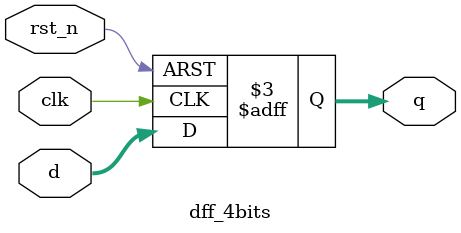
<source format=v>
module dff_4bits(q, d, clk, rst_n);
input clk, rst_n;
input [3:0] d;
output [3:0] q;
reg [3:0]q;
always @(posedge clk or negedge rst_n)begin
	if (!rst_n) q <= 0;
	else q <= d;
end
endmodule

</source>
